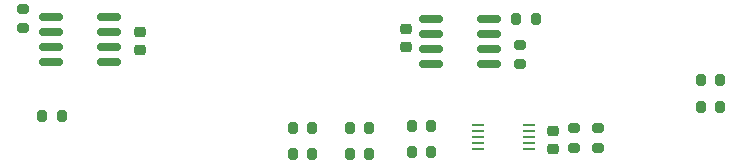
<source format=gbr>
%TF.GenerationSoftware,KiCad,Pcbnew,9.0.2*%
%TF.CreationDate,2025-06-04T00:41:33+07:00*%
%TF.ProjectId,Torque Vectoring Board,546f7271-7565-4205-9665-63746f72696e,rev?*%
%TF.SameCoordinates,Original*%
%TF.FileFunction,Paste,Top*%
%TF.FilePolarity,Positive*%
%FSLAX46Y46*%
G04 Gerber Fmt 4.6, Leading zero omitted, Abs format (unit mm)*
G04 Created by KiCad (PCBNEW 9.0.2) date 2025-06-04 00:41:33*
%MOMM*%
%LPD*%
G01*
G04 APERTURE LIST*
G04 Aperture macros list*
%AMRoundRect*
0 Rectangle with rounded corners*
0 $1 Rounding radius*
0 $2 $3 $4 $5 $6 $7 $8 $9 X,Y pos of 4 corners*
0 Add a 4 corners polygon primitive as box body*
4,1,4,$2,$3,$4,$5,$6,$7,$8,$9,$2,$3,0*
0 Add four circle primitives for the rounded corners*
1,1,$1+$1,$2,$3*
1,1,$1+$1,$4,$5*
1,1,$1+$1,$6,$7*
1,1,$1+$1,$8,$9*
0 Add four rect primitives between the rounded corners*
20,1,$1+$1,$2,$3,$4,$5,0*
20,1,$1+$1,$4,$5,$6,$7,0*
20,1,$1+$1,$6,$7,$8,$9,0*
20,1,$1+$1,$8,$9,$2,$3,0*%
G04 Aperture macros list end*
%ADD10RoundRect,0.200000X0.275000X-0.200000X0.275000X0.200000X-0.275000X0.200000X-0.275000X-0.200000X0*%
%ADD11RoundRect,0.150000X-0.825000X-0.150000X0.825000X-0.150000X0.825000X0.150000X-0.825000X0.150000X0*%
%ADD12R,1.100000X0.250000*%
%ADD13RoundRect,0.200000X0.200000X0.275000X-0.200000X0.275000X-0.200000X-0.275000X0.200000X-0.275000X0*%
%ADD14RoundRect,0.200000X-0.200000X-0.275000X0.200000X-0.275000X0.200000X0.275000X-0.200000X0.275000X0*%
%ADD15RoundRect,0.225000X-0.250000X0.225000X-0.250000X-0.225000X0.250000X-0.225000X0.250000X0.225000X0*%
%ADD16RoundRect,0.200000X-0.275000X0.200000X-0.275000X-0.200000X0.275000X-0.200000X0.275000X0.200000X0*%
%ADD17RoundRect,0.225000X0.250000X-0.225000X0.250000X0.225000X-0.250000X0.225000X-0.250000X-0.225000X0*%
%ADD18RoundRect,0.150000X0.825000X0.150000X-0.825000X0.150000X-0.825000X-0.150000X0.825000X-0.150000X0*%
G04 APERTURE END LIST*
D10*
%TO.C,R11*%
X105902000Y-126420500D03*
X105902000Y-124770500D03*
%TD*%
%TO.C,R10*%
X103843166Y-126420500D03*
X103843166Y-124770500D03*
%TD*%
D11*
%TO.C,U4*%
X91704500Y-115482500D03*
X91704500Y-116752500D03*
X91704500Y-118022500D03*
X91704500Y-119292500D03*
X96654500Y-119292500D03*
X96654500Y-118022500D03*
X96654500Y-116752500D03*
X96654500Y-115482500D03*
%TD*%
D12*
%TO.C,U5*%
X95760000Y-124476000D03*
X95760000Y-124976000D03*
X95760000Y-125476000D03*
X95760000Y-125976000D03*
X95760000Y-126476000D03*
X100060000Y-126476000D03*
X100060000Y-125976000D03*
X100060000Y-125476000D03*
X100060000Y-124976000D03*
X100060000Y-124476000D03*
%TD*%
D13*
%TO.C,R5*%
X100631000Y-115482500D03*
X98981000Y-115482500D03*
%TD*%
D14*
%TO.C,R14*%
X90107000Y-126762000D03*
X91757000Y-126762000D03*
%TD*%
D15*
%TO.C,C2*%
X67132389Y-116579299D03*
X67132389Y-118129299D03*
%TD*%
D14*
%TO.C,R9*%
X80034500Y-124698000D03*
X81684500Y-124698000D03*
%TD*%
D13*
%TO.C,R12*%
X116228500Y-122952000D03*
X114578500Y-122952000D03*
%TD*%
D14*
%TO.C,R15*%
X90107000Y-124562000D03*
X91757000Y-124562000D03*
%TD*%
D16*
%TO.C,R3*%
X99298000Y-117705500D03*
X99298000Y-119355500D03*
%TD*%
D13*
%TO.C,R2*%
X60487889Y-123691299D03*
X58837889Y-123691299D03*
%TD*%
D17*
%TO.C,C1*%
X102092000Y-126534000D03*
X102092000Y-124984000D03*
%TD*%
D18*
%TO.C,U3*%
X64500000Y-119142000D03*
X64500000Y-117872000D03*
X64500000Y-116602000D03*
X64500000Y-115332000D03*
X59550000Y-115332000D03*
X59550000Y-116602000D03*
X59550000Y-117872000D03*
X59550000Y-119142000D03*
%TD*%
D14*
%TO.C,R8*%
X80034500Y-126898000D03*
X81684500Y-126898000D03*
%TD*%
%TO.C,R7*%
X84860500Y-124698000D03*
X86510500Y-124698000D03*
%TD*%
%TO.C,R6*%
X84860500Y-126898000D03*
X86510500Y-126898000D03*
%TD*%
D16*
%TO.C,R4*%
X57226389Y-114634799D03*
X57226389Y-116284799D03*
%TD*%
D17*
%TO.C,C3*%
X89646000Y-117872000D03*
X89646000Y-116322000D03*
%TD*%
D13*
%TO.C,R13*%
X116228500Y-120666000D03*
X114578500Y-120666000D03*
%TD*%
M02*

</source>
